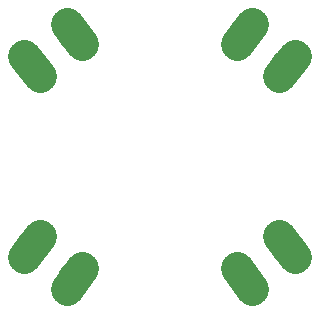
<source format=gbr>
From 2fd3a80211050e457b4cfb6457bc751d31f674cb Mon Sep 17 00:00:00 2001
From: jaseg <git@jaseg.net>
Date: Tue, 27 Nov 2018 10:49:46 +0900
Subject: Fix AO3400 pinout

---
 center/gerber/center-B.Paste.gbr | 65 ++++++++++++++++++++++++++++++++++++++++
 1 file changed, 65 insertions(+)
 create mode 100644 center/gerber/center-B.Paste.gbr

(limited to 'center/gerber/center-B.Paste.gbr')

diff --git a/center/gerber/center-B.Paste.gbr b/center/gerber/center-B.Paste.gbr
new file mode 100644
index 0000000..e14ec34
--- /dev/null
+++ b/center/gerber/center-B.Paste.gbr
@@ -0,0 +1,65 @@
+G04 #@! TF.GenerationSoftware,KiCad,Pcbnew,(5.0.1)*
+G04 #@! TF.CreationDate,2018-11-27T10:01:39+09:00*
+G04 #@! TF.ProjectId,center,63656E7465722E6B696361645F706362,rev?*
+G04 #@! TF.SameCoordinates,Original*
+G04 #@! TF.FileFunction,Paste,Bot*
+G04 #@! TF.FilePolarity,Positive*
+%FSLAX46Y46*%
+G04 Gerber Fmt 4.6, Leading zero omitted, Abs format (unit mm)*
+G04 Created by KiCad (PCBNEW (5.0.1)) date Tue Nov 27 10:01:39 2018*
+%MOMM*%
+%LPD*%
+G01*
+G04 APERTURE LIST*
+%ADD10C,2.800000*%
+%ADD11C,2.800000*%
+G04 APERTURE END LIST*
+D10*
+G04 #@! TO.C,J1*
+X110796930Y-92354084D03*
+D11*
+X111458927Y-91475585D02*
+X110134933Y-93232583D01*
+D10*
+X107203070Y-89645916D03*
+D11*
+X107865067Y-88767417D02*
+X106541073Y-90524415D01*
+G04 #@! TD*
+D10*
+G04 #@! TO.C,J2*
+X89203070Y-92354084D03*
+D11*
+X88541073Y-91475585D02*
+X89865067Y-93232583D01*
+D10*
+X92796930Y-89645916D03*
+D11*
+X92134933Y-88767417D02*
+X93458927Y-90524415D01*
+G04 #@! TD*
+D10*
+G04 #@! TO.C,J3*
+X89203070Y-107645916D03*
+D11*
+X88541073Y-108524415D02*
+X89865067Y-106767417D01*
+D10*
+X92796930Y-110354084D03*
+D11*
+X92134933Y-111232583D02*
+X93458927Y-109475585D01*
+G04 #@! TD*
+D10*
+G04 #@! TO.C,J4*
+X107203070Y-110354084D03*
+D11*
+X107865067Y-111232583D02*
+X106541073Y-109475585D01*
+D10*
+X110796930Y-107645916D03*
+D11*
+X111458927Y-108524415D02*
+X110134933Y-106767417D01*
+G04 #@! TD*
+M02*
-- 
cgit 


</source>
